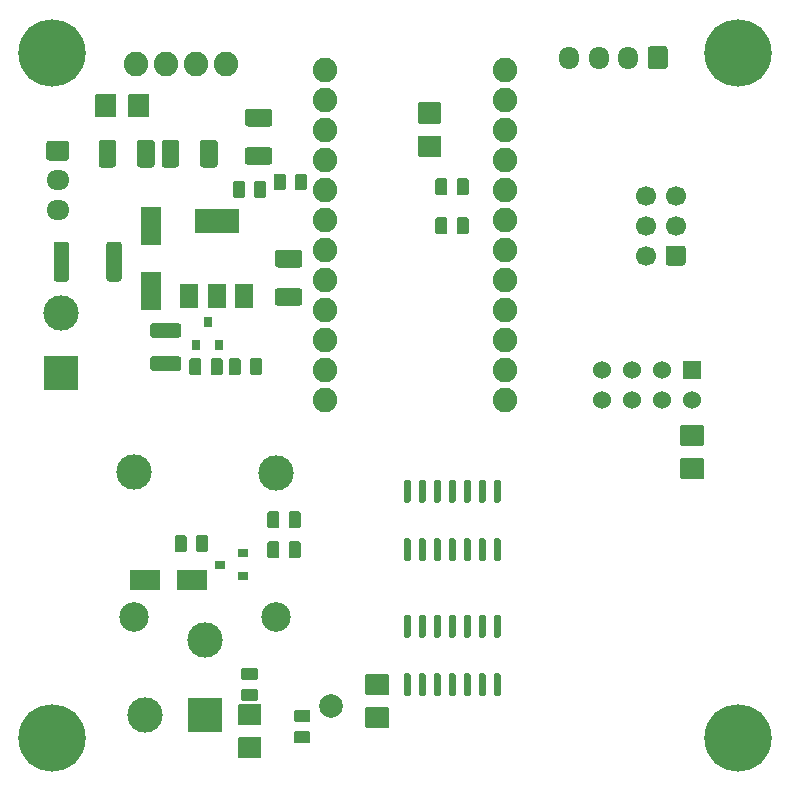
<source format=gbr>
%TF.GenerationSoftware,KiCad,Pcbnew,5.1.9+dfsg1-1*%
%TF.CreationDate,2021-08-27T09:59:16+02:00*%
%TF.ProjectId,ws2812b_ctrl_RF,77733238-3132-4625-9f63-74726c5f5246,rev?*%
%TF.SameCoordinates,Original*%
%TF.FileFunction,Soldermask,Bot*%
%TF.FilePolarity,Negative*%
%FSLAX46Y46*%
G04 Gerber Fmt 4.6, Leading zero omitted, Abs format (unit mm)*
G04 Created by KiCad (PCBNEW 5.1.9+dfsg1-1) date 2021-08-27 09:59:16*
%MOMM*%
%LPD*%
G01*
G04 APERTURE LIST*
%ADD10C,2.000000*%
%ADD11C,2.082800*%
%ADD12C,1.700000*%
%ADD13R,1.700000X3.300000*%
%ADD14O,1.700000X1.950000*%
%ADD15O,1.950000X1.700000*%
%ADD16R,0.800000X0.900000*%
%ADD17C,3.600000*%
%ADD18C,5.700000*%
%ADD19C,3.000000*%
%ADD20R,3.000000X3.000000*%
%ADD21R,2.500000X1.800000*%
%ADD22C,2.500000*%
%ADD23R,1.524000X1.524000*%
%ADD24C,1.524000*%
%ADD25R,0.900000X0.800000*%
%ADD26R,3.800000X2.000000*%
%ADD27R,1.500000X2.000000*%
G04 APERTURE END LIST*
D10*
%TO.C,J3*%
X97028000Y-128778000D03*
%TD*%
D11*
%TO.C,B1*%
X111760000Y-74930000D03*
X111760000Y-77470000D03*
X111760000Y-80010000D03*
X111760000Y-82550000D03*
X111760000Y-85090000D03*
X111760000Y-87630000D03*
X111760000Y-90170000D03*
X111760000Y-92710000D03*
X111760000Y-95250000D03*
X111760000Y-97790000D03*
X111760000Y-100330000D03*
X111760000Y-102870000D03*
X96520000Y-102870000D03*
X96520000Y-100330000D03*
X96520000Y-97790000D03*
X96520000Y-95250000D03*
X96520000Y-92710000D03*
X96520000Y-90170000D03*
X96520000Y-87630000D03*
X96520000Y-85090000D03*
X96520000Y-82550000D03*
X96520000Y-80010000D03*
X96520000Y-77470000D03*
X96520000Y-74930000D03*
%TD*%
%TO.C,ISP1*%
G36*
G01*
X127088000Y-90078000D02*
X127088000Y-91278000D01*
G75*
G02*
X126838000Y-91528000I-250000J0D01*
G01*
X125638000Y-91528000D01*
G75*
G02*
X125388000Y-91278000I0J250000D01*
G01*
X125388000Y-90078000D01*
G75*
G02*
X125638000Y-89828000I250000J0D01*
G01*
X126838000Y-89828000D01*
G75*
G02*
X127088000Y-90078000I0J-250000D01*
G01*
G37*
D12*
X126238000Y-88138000D03*
X126238000Y-85598000D03*
X123698000Y-90678000D03*
X123698000Y-88138000D03*
X123698000Y-85598000D03*
%TD*%
%TO.C,C8*%
G36*
G01*
X84215000Y-81117000D02*
X84215000Y-82967000D01*
G75*
G02*
X83965000Y-83217000I-250000J0D01*
G01*
X82965000Y-83217000D01*
G75*
G02*
X82715000Y-82967000I0J250000D01*
G01*
X82715000Y-81117000D01*
G75*
G02*
X82965000Y-80867000I250000J0D01*
G01*
X83965000Y-80867000D01*
G75*
G02*
X84215000Y-81117000I0J-250000D01*
G01*
G37*
G36*
G01*
X87465000Y-81117000D02*
X87465000Y-82967000D01*
G75*
G02*
X87215000Y-83217000I-250000J0D01*
G01*
X86215000Y-83217000D01*
G75*
G02*
X85965000Y-82967000I0J250000D01*
G01*
X85965000Y-81117000D01*
G75*
G02*
X86215000Y-80867000I250000J0D01*
G01*
X87215000Y-80867000D01*
G75*
G02*
X87465000Y-81117000I0J-250000D01*
G01*
G37*
%TD*%
%TO.C,C11*%
G36*
G01*
X94397000Y-91682000D02*
X92547000Y-91682000D01*
G75*
G02*
X92297000Y-91432000I0J250000D01*
G01*
X92297000Y-90432000D01*
G75*
G02*
X92547000Y-90182000I250000J0D01*
G01*
X94397000Y-90182000D01*
G75*
G02*
X94647000Y-90432000I0J-250000D01*
G01*
X94647000Y-91432000D01*
G75*
G02*
X94397000Y-91682000I-250000J0D01*
G01*
G37*
G36*
G01*
X94397000Y-94932000D02*
X92547000Y-94932000D01*
G75*
G02*
X92297000Y-94682000I0J250000D01*
G01*
X92297000Y-93682000D01*
G75*
G02*
X92547000Y-93432000I250000J0D01*
G01*
X94397000Y-93432000D01*
G75*
G02*
X94647000Y-93682000I0J-250000D01*
G01*
X94647000Y-94682000D01*
G75*
G02*
X94397000Y-94932000I-250000J0D01*
G01*
G37*
%TD*%
%TO.C,C9*%
G36*
G01*
X90007000Y-81494000D02*
X91857000Y-81494000D01*
G75*
G02*
X92107000Y-81744000I0J-250000D01*
G01*
X92107000Y-82744000D01*
G75*
G02*
X91857000Y-82994000I-250000J0D01*
G01*
X90007000Y-82994000D01*
G75*
G02*
X89757000Y-82744000I0J250000D01*
G01*
X89757000Y-81744000D01*
G75*
G02*
X90007000Y-81494000I250000J0D01*
G01*
G37*
G36*
G01*
X90007000Y-78244000D02*
X91857000Y-78244000D01*
G75*
G02*
X92107000Y-78494000I0J-250000D01*
G01*
X92107000Y-79494000D01*
G75*
G02*
X91857000Y-79744000I-250000J0D01*
G01*
X90007000Y-79744000D01*
G75*
G02*
X89757000Y-79494000I0J250000D01*
G01*
X89757000Y-78494000D01*
G75*
G02*
X90007000Y-78244000I250000J0D01*
G01*
G37*
%TD*%
D13*
%TO.C,D2*%
X81788000Y-88138000D03*
X81788000Y-93638000D03*
%TD*%
%TO.C,C5*%
G36*
G01*
X80631000Y-82967000D02*
X80631000Y-81117000D01*
G75*
G02*
X80881000Y-80867000I250000J0D01*
G01*
X81881000Y-80867000D01*
G75*
G02*
X82131000Y-81117000I0J-250000D01*
G01*
X82131000Y-82967000D01*
G75*
G02*
X81881000Y-83217000I-250000J0D01*
G01*
X80881000Y-83217000D01*
G75*
G02*
X80631000Y-82967000I0J250000D01*
G01*
G37*
G36*
G01*
X77381000Y-82967000D02*
X77381000Y-81117000D01*
G75*
G02*
X77631000Y-80867000I250000J0D01*
G01*
X78631000Y-80867000D01*
G75*
G02*
X78881000Y-81117000I0J-250000D01*
G01*
X78881000Y-82967000D01*
G75*
G02*
X78631000Y-83217000I-250000J0D01*
G01*
X77631000Y-83217000D01*
G75*
G02*
X77381000Y-82967000I0J250000D01*
G01*
G37*
%TD*%
%TO.C,J2*%
G36*
G01*
X125564000Y-73189000D02*
X125564000Y-74639000D01*
G75*
G02*
X125314000Y-74889000I-250000J0D01*
G01*
X124114000Y-74889000D01*
G75*
G02*
X123864000Y-74639000I0J250000D01*
G01*
X123864000Y-73189000D01*
G75*
G02*
X124114000Y-72939000I250000J0D01*
G01*
X125314000Y-72939000D01*
G75*
G02*
X125564000Y-73189000I0J-250000D01*
G01*
G37*
D14*
X122214000Y-73914000D03*
X119714000Y-73914000D03*
X117214000Y-73914000D03*
%TD*%
%TO.C,J1*%
G36*
G01*
X73189000Y-80938000D02*
X74639000Y-80938000D01*
G75*
G02*
X74889000Y-81188000I0J-250000D01*
G01*
X74889000Y-82388000D01*
G75*
G02*
X74639000Y-82638000I-250000J0D01*
G01*
X73189000Y-82638000D01*
G75*
G02*
X72939000Y-82388000I0J250000D01*
G01*
X72939000Y-81188000D01*
G75*
G02*
X73189000Y-80938000I250000J0D01*
G01*
G37*
D15*
X73914000Y-84288000D03*
X73914000Y-86788000D03*
%TD*%
D11*
%TO.C,RS485*%
X80518000Y-74422000D03*
X83058000Y-74422000D03*
X85598000Y-74422000D03*
X88138000Y-74422000D03*
%TD*%
%TO.C,R16*%
G36*
G01*
X91198700Y-99476560D02*
X91198700Y-100675440D01*
G75*
G02*
X91097100Y-100777040I-101600J0D01*
G01*
X90299540Y-100777040D01*
G75*
G02*
X90197940Y-100675440I0J101600D01*
G01*
X90197940Y-99476560D01*
G75*
G02*
X90299540Y-99374960I101600J0D01*
G01*
X91097100Y-99374960D01*
G75*
G02*
X91198700Y-99476560I0J-101600D01*
G01*
G37*
G36*
G01*
X89400380Y-99476560D02*
X89400380Y-100675440D01*
G75*
G02*
X89298780Y-100777040I-101600J0D01*
G01*
X88501220Y-100777040D01*
G75*
G02*
X88399620Y-100675440I0J101600D01*
G01*
X88399620Y-99476560D01*
G75*
G02*
X88501220Y-99374960I101600J0D01*
G01*
X89298780Y-99374960D01*
G75*
G02*
X89400380Y-99476560I0J-101600D01*
G01*
G37*
%TD*%
%TO.C,R14*%
G36*
G01*
X86078060Y-99476560D02*
X86078060Y-100675440D01*
G75*
G02*
X85976460Y-100777040I-101600J0D01*
G01*
X85178900Y-100777040D01*
G75*
G02*
X85077300Y-100675440I0J101600D01*
G01*
X85077300Y-99476560D01*
G75*
G02*
X85178900Y-99374960I101600J0D01*
G01*
X85976460Y-99374960D01*
G75*
G02*
X86078060Y-99476560I0J-101600D01*
G01*
G37*
G36*
G01*
X87876380Y-99476560D02*
X87876380Y-100675440D01*
G75*
G02*
X87774780Y-100777040I-101600J0D01*
G01*
X86977220Y-100777040D01*
G75*
G02*
X86875620Y-100675440I0J101600D01*
G01*
X86875620Y-99476560D01*
G75*
G02*
X86977220Y-99374960I101600J0D01*
G01*
X87774780Y-99374960D01*
G75*
G02*
X87876380Y-99476560I0J-101600D01*
G01*
G37*
%TD*%
%TO.C,R13*%
G36*
G01*
X107703620Y-85435440D02*
X107703620Y-84236560D01*
G75*
G02*
X107805220Y-84134960I101600J0D01*
G01*
X108602780Y-84134960D01*
G75*
G02*
X108704380Y-84236560I0J-101600D01*
G01*
X108704380Y-85435440D01*
G75*
G02*
X108602780Y-85537040I-101600J0D01*
G01*
X107805220Y-85537040D01*
G75*
G02*
X107703620Y-85435440I0J101600D01*
G01*
G37*
G36*
G01*
X105905300Y-85435440D02*
X105905300Y-84236560D01*
G75*
G02*
X106006900Y-84134960I101600J0D01*
G01*
X106804460Y-84134960D01*
G75*
G02*
X106906060Y-84236560I0J-101600D01*
G01*
X106906060Y-85435440D01*
G75*
G02*
X106804460Y-85537040I-101600J0D01*
G01*
X106006900Y-85537040D01*
G75*
G02*
X105905300Y-85435440I0J101600D01*
G01*
G37*
%TD*%
D16*
%TO.C,Q4*%
X86614000Y-96266000D03*
X85664000Y-98266000D03*
X87564000Y-98266000D03*
%TD*%
%TO.C,F1*%
G36*
G01*
X78029000Y-92636000D02*
X78029000Y-89736000D01*
G75*
G02*
X78279000Y-89486000I250000J0D01*
G01*
X79079000Y-89486000D01*
G75*
G02*
X79329000Y-89736000I0J-250000D01*
G01*
X79329000Y-92636000D01*
G75*
G02*
X79079000Y-92886000I-250000J0D01*
G01*
X78279000Y-92886000D01*
G75*
G02*
X78029000Y-92636000I0J250000D01*
G01*
G37*
G36*
G01*
X73579000Y-92636000D02*
X73579000Y-89736000D01*
G75*
G02*
X73829000Y-89486000I250000J0D01*
G01*
X74629000Y-89486000D01*
G75*
G02*
X74879000Y-89736000I0J-250000D01*
G01*
X74879000Y-92636000D01*
G75*
G02*
X74629000Y-92886000I-250000J0D01*
G01*
X73829000Y-92886000D01*
G75*
G02*
X73579000Y-92636000I0J250000D01*
G01*
G37*
%TD*%
%TO.C,R9*%
G36*
G01*
X85625940Y-115661440D02*
X85625940Y-114462560D01*
G75*
G02*
X85727540Y-114360960I101600J0D01*
G01*
X86525100Y-114360960D01*
G75*
G02*
X86626700Y-114462560I0J-101600D01*
G01*
X86626700Y-115661440D01*
G75*
G02*
X86525100Y-115763040I-101600J0D01*
G01*
X85727540Y-115763040D01*
G75*
G02*
X85625940Y-115661440I0J101600D01*
G01*
G37*
G36*
G01*
X83827620Y-115661440D02*
X83827620Y-114462560D01*
G75*
G02*
X83929220Y-114360960I101600J0D01*
G01*
X84726780Y-114360960D01*
G75*
G02*
X84828380Y-114462560I0J-101600D01*
G01*
X84828380Y-115661440D01*
G75*
G02*
X84726780Y-115763040I-101600J0D01*
G01*
X83929220Y-115763040D01*
G75*
G02*
X83827620Y-115661440I0J101600D01*
G01*
G37*
%TD*%
D17*
%TO.C,H4*%
X73479000Y-131479000D03*
D18*
X73479000Y-131479000D03*
%TD*%
D17*
%TO.C,H3*%
X131479000Y-131479000D03*
D18*
X131479000Y-131479000D03*
%TD*%
D17*
%TO.C,H2*%
X131479000Y-73479000D03*
D18*
X131479000Y-73479000D03*
%TD*%
D17*
%TO.C,H1*%
X73479000Y-73479000D03*
D18*
X73479000Y-73479000D03*
%TD*%
D19*
%TO.C,WS2812B1*%
X81280000Y-129540000D03*
D20*
X86360000Y-129540000D03*
%TD*%
%TO.C,C12*%
G36*
G01*
X79876650Y-78877160D02*
X79876650Y-77078840D01*
G75*
G02*
X79978250Y-76977240I101600J0D01*
G01*
X81575910Y-76977240D01*
G75*
G02*
X81677510Y-77078840I0J-101600D01*
G01*
X81677510Y-78877160D01*
G75*
G02*
X81575910Y-78978760I-101600J0D01*
G01*
X79978250Y-78978760D01*
G75*
G02*
X79876650Y-78877160I0J101600D01*
G01*
G37*
G36*
G01*
X77077570Y-78877160D02*
X77077570Y-77078840D01*
G75*
G02*
X77179170Y-76977240I101600J0D01*
G01*
X78776830Y-76977240D01*
G75*
G02*
X78878430Y-77078840I0J-101600D01*
G01*
X78878430Y-78877160D01*
G75*
G02*
X78776830Y-78978760I-101600J0D01*
G01*
X77179170Y-78978760D01*
G75*
G02*
X77077570Y-78877160I0J101600D01*
G01*
G37*
%TD*%
D19*
%TO.C,SUPPLY1*%
X74168000Y-95504000D03*
D20*
X74168000Y-100584000D03*
%TD*%
%TO.C,R8*%
G36*
G01*
X91681300Y-113629440D02*
X91681300Y-112430560D01*
G75*
G02*
X91782900Y-112328960I101600J0D01*
G01*
X92580460Y-112328960D01*
G75*
G02*
X92682060Y-112430560I0J-101600D01*
G01*
X92682060Y-113629440D01*
G75*
G02*
X92580460Y-113731040I-101600J0D01*
G01*
X91782900Y-113731040D01*
G75*
G02*
X91681300Y-113629440I0J101600D01*
G01*
G37*
G36*
G01*
X93479620Y-113629440D02*
X93479620Y-112430560D01*
G75*
G02*
X93581220Y-112328960I101600J0D01*
G01*
X94378780Y-112328960D01*
G75*
G02*
X94480380Y-112430560I0J-101600D01*
G01*
X94480380Y-113629440D01*
G75*
G02*
X94378780Y-113731040I-101600J0D01*
G01*
X93581220Y-113731040D01*
G75*
G02*
X93479620Y-113629440I0J101600D01*
G01*
G37*
%TD*%
%TO.C,C4*%
G36*
G01*
X100065840Y-128898650D02*
X101864160Y-128898650D01*
G75*
G02*
X101965760Y-129000250I0J-101600D01*
G01*
X101965760Y-130597910D01*
G75*
G02*
X101864160Y-130699510I-101600J0D01*
G01*
X100065840Y-130699510D01*
G75*
G02*
X99964240Y-130597910I0J101600D01*
G01*
X99964240Y-129000250D01*
G75*
G02*
X100065840Y-128898650I101600J0D01*
G01*
G37*
G36*
G01*
X100065840Y-126099570D02*
X101864160Y-126099570D01*
G75*
G02*
X101965760Y-126201170I0J-101600D01*
G01*
X101965760Y-127798830D01*
G75*
G02*
X101864160Y-127900430I-101600J0D01*
G01*
X100065840Y-127900430D01*
G75*
G02*
X99964240Y-127798830I0J101600D01*
G01*
X99964240Y-126201170D01*
G75*
G02*
X100065840Y-126099570I101600J0D01*
G01*
G37*
%TD*%
%TO.C,C6*%
G36*
G01*
X106309160Y-82309970D02*
X104510840Y-82309970D01*
G75*
G02*
X104409240Y-82208370I0J101600D01*
G01*
X104409240Y-80610710D01*
G75*
G02*
X104510840Y-80509110I101600J0D01*
G01*
X106309160Y-80509110D01*
G75*
G02*
X106410760Y-80610710I0J-101600D01*
G01*
X106410760Y-82208370D01*
G75*
G02*
X106309160Y-82309970I-101600J0D01*
G01*
G37*
G36*
G01*
X106309160Y-79510890D02*
X104510840Y-79510890D01*
G75*
G02*
X104409240Y-79409290I0J101600D01*
G01*
X104409240Y-77811630D01*
G75*
G02*
X104510840Y-77710030I101600J0D01*
G01*
X106309160Y-77710030D01*
G75*
G02*
X106410760Y-77811630I0J-101600D01*
G01*
X106410760Y-79409290D01*
G75*
G02*
X106309160Y-79510890I-101600J0D01*
G01*
G37*
%TD*%
%TO.C,C7*%
G36*
G01*
X91069160Y-130440430D02*
X89270840Y-130440430D01*
G75*
G02*
X89169240Y-130338830I0J101600D01*
G01*
X89169240Y-128741170D01*
G75*
G02*
X89270840Y-128639570I101600J0D01*
G01*
X91069160Y-128639570D01*
G75*
G02*
X91170760Y-128741170I0J-101600D01*
G01*
X91170760Y-130338830D01*
G75*
G02*
X91069160Y-130440430I-101600J0D01*
G01*
G37*
G36*
G01*
X91069160Y-133239510D02*
X89270840Y-133239510D01*
G75*
G02*
X89169240Y-133137910I0J101600D01*
G01*
X89169240Y-131540250D01*
G75*
G02*
X89270840Y-131438650I101600J0D01*
G01*
X91069160Y-131438650D01*
G75*
G02*
X91170760Y-131540250I0J-101600D01*
G01*
X91170760Y-133137910D01*
G75*
G02*
X91069160Y-133239510I-101600J0D01*
G01*
G37*
%TD*%
%TO.C,C10*%
G36*
G01*
X126735840Y-105015030D02*
X128534160Y-105015030D01*
G75*
G02*
X128635760Y-105116630I0J-101600D01*
G01*
X128635760Y-106714290D01*
G75*
G02*
X128534160Y-106815890I-101600J0D01*
G01*
X126735840Y-106815890D01*
G75*
G02*
X126634240Y-106714290I0J101600D01*
G01*
X126634240Y-105116630D01*
G75*
G02*
X126735840Y-105015030I101600J0D01*
G01*
G37*
G36*
G01*
X126735840Y-107814110D02*
X128534160Y-107814110D01*
G75*
G02*
X128635760Y-107915710I0J-101600D01*
G01*
X128635760Y-109513370D01*
G75*
G02*
X128534160Y-109614970I-101600J0D01*
G01*
X126735840Y-109614970D01*
G75*
G02*
X126634240Y-109513370I0J101600D01*
G01*
X126634240Y-107915710D01*
G75*
G02*
X126735840Y-107814110I101600J0D01*
G01*
G37*
%TD*%
D21*
%TO.C,D1*%
X81280000Y-118110000D03*
X85280000Y-118110000D03*
%TD*%
%TO.C,FB1*%
G36*
G01*
X81983000Y-99197000D02*
X84133000Y-99197000D01*
G75*
G02*
X84383000Y-99447000I0J-250000D01*
G01*
X84383000Y-100197000D01*
G75*
G02*
X84133000Y-100447000I-250000J0D01*
G01*
X81983000Y-100447000D01*
G75*
G02*
X81733000Y-100197000I0J250000D01*
G01*
X81733000Y-99447000D01*
G75*
G02*
X81983000Y-99197000I250000J0D01*
G01*
G37*
G36*
G01*
X81983000Y-96397000D02*
X84133000Y-96397000D01*
G75*
G02*
X84383000Y-96647000I0J-250000D01*
G01*
X84383000Y-97397000D01*
G75*
G02*
X84133000Y-97647000I-250000J0D01*
G01*
X81983000Y-97647000D01*
G75*
G02*
X81733000Y-97397000I0J250000D01*
G01*
X81733000Y-96647000D01*
G75*
G02*
X81983000Y-96397000I250000J0D01*
G01*
G37*
%TD*%
D22*
%TO.C,K1*%
X92410000Y-121240000D03*
D19*
X92410000Y-109040000D03*
X80360000Y-108990000D03*
D22*
X80410000Y-121240000D03*
D19*
X86360000Y-123190000D03*
%TD*%
D23*
%TO.C,nRF24L1*%
X127635000Y-100330000D03*
D24*
X127635000Y-102870000D03*
X125095000Y-100330000D03*
X125095000Y-102870000D03*
X122555000Y-100330000D03*
X122555000Y-102870000D03*
X120015000Y-100330000D03*
X120015000Y-102870000D03*
%TD*%
D25*
%TO.C,Q2*%
X89630000Y-115890000D03*
X89630000Y-117790000D03*
X87630000Y-116840000D03*
%TD*%
%TO.C,R17*%
G36*
G01*
X107703620Y-88737440D02*
X107703620Y-87538560D01*
G75*
G02*
X107805220Y-87436960I101600J0D01*
G01*
X108602780Y-87436960D01*
G75*
G02*
X108704380Y-87538560I0J-101600D01*
G01*
X108704380Y-88737440D01*
G75*
G02*
X108602780Y-88839040I-101600J0D01*
G01*
X107805220Y-88839040D01*
G75*
G02*
X107703620Y-88737440I0J101600D01*
G01*
G37*
G36*
G01*
X105905300Y-88737440D02*
X105905300Y-87538560D01*
G75*
G02*
X106006900Y-87436960I101600J0D01*
G01*
X106804460Y-87436960D01*
G75*
G02*
X106906060Y-87538560I0J-101600D01*
G01*
X106906060Y-88737440D01*
G75*
G02*
X106804460Y-88839040I-101600J0D01*
G01*
X106006900Y-88839040D01*
G75*
G02*
X105905300Y-88737440I0J101600D01*
G01*
G37*
%TD*%
%TO.C,R2*%
G36*
G01*
X94015560Y-129146300D02*
X95214440Y-129146300D01*
G75*
G02*
X95316040Y-129247900I0J-101600D01*
G01*
X95316040Y-130045460D01*
G75*
G02*
X95214440Y-130147060I-101600J0D01*
G01*
X94015560Y-130147060D01*
G75*
G02*
X93913960Y-130045460I0J101600D01*
G01*
X93913960Y-129247900D01*
G75*
G02*
X94015560Y-129146300I101600J0D01*
G01*
G37*
G36*
G01*
X94015560Y-130944620D02*
X95214440Y-130944620D01*
G75*
G02*
X95316040Y-131046220I0J-101600D01*
G01*
X95316040Y-131843780D01*
G75*
G02*
X95214440Y-131945380I-101600J0D01*
G01*
X94015560Y-131945380D01*
G75*
G02*
X93913960Y-131843780I0J101600D01*
G01*
X93913960Y-131046220D01*
G75*
G02*
X94015560Y-130944620I101600J0D01*
G01*
G37*
%TD*%
%TO.C,R4*%
G36*
G01*
X90769440Y-126601220D02*
X89570560Y-126601220D01*
G75*
G02*
X89468960Y-126499620I0J101600D01*
G01*
X89468960Y-125702060D01*
G75*
G02*
X89570560Y-125600460I101600J0D01*
G01*
X90769440Y-125600460D01*
G75*
G02*
X90871040Y-125702060I0J-101600D01*
G01*
X90871040Y-126499620D01*
G75*
G02*
X90769440Y-126601220I-101600J0D01*
G01*
G37*
G36*
G01*
X90769440Y-128399540D02*
X89570560Y-128399540D01*
G75*
G02*
X89468960Y-128297940I0J101600D01*
G01*
X89468960Y-127500380D01*
G75*
G02*
X89570560Y-127398780I101600J0D01*
G01*
X90769440Y-127398780D01*
G75*
G02*
X90871040Y-127500380I0J-101600D01*
G01*
X90871040Y-128297940D01*
G75*
G02*
X90769440Y-128399540I-101600J0D01*
G01*
G37*
%TD*%
%TO.C,R5*%
G36*
G01*
X90568780Y-85689440D02*
X90568780Y-84490560D01*
G75*
G02*
X90670380Y-84388960I101600J0D01*
G01*
X91467940Y-84388960D01*
G75*
G02*
X91569540Y-84490560I0J-101600D01*
G01*
X91569540Y-85689440D01*
G75*
G02*
X91467940Y-85791040I-101600J0D01*
G01*
X90670380Y-85791040D01*
G75*
G02*
X90568780Y-85689440I0J101600D01*
G01*
G37*
G36*
G01*
X88770460Y-85689440D02*
X88770460Y-84490560D01*
G75*
G02*
X88872060Y-84388960I101600J0D01*
G01*
X89669620Y-84388960D01*
G75*
G02*
X89771220Y-84490560I0J-101600D01*
G01*
X89771220Y-85689440D01*
G75*
G02*
X89669620Y-85791040I-101600J0D01*
G01*
X88872060Y-85791040D01*
G75*
G02*
X88770460Y-85689440I0J101600D01*
G01*
G37*
%TD*%
%TO.C,R6*%
G36*
G01*
X92209620Y-85054440D02*
X92209620Y-83855560D01*
G75*
G02*
X92311220Y-83753960I101600J0D01*
G01*
X93108780Y-83753960D01*
G75*
G02*
X93210380Y-83855560I0J-101600D01*
G01*
X93210380Y-85054440D01*
G75*
G02*
X93108780Y-85156040I-101600J0D01*
G01*
X92311220Y-85156040D01*
G75*
G02*
X92209620Y-85054440I0J101600D01*
G01*
G37*
G36*
G01*
X94007940Y-85054440D02*
X94007940Y-83855560D01*
G75*
G02*
X94109540Y-83753960I101600J0D01*
G01*
X94907100Y-83753960D01*
G75*
G02*
X95008700Y-83855560I0J-101600D01*
G01*
X95008700Y-85054440D01*
G75*
G02*
X94907100Y-85156040I-101600J0D01*
G01*
X94109540Y-85156040D01*
G75*
G02*
X94007940Y-85054440I0J101600D01*
G01*
G37*
%TD*%
%TO.C,R7*%
G36*
G01*
X91681300Y-116169440D02*
X91681300Y-114970560D01*
G75*
G02*
X91782900Y-114868960I101600J0D01*
G01*
X92580460Y-114868960D01*
G75*
G02*
X92682060Y-114970560I0J-101600D01*
G01*
X92682060Y-116169440D01*
G75*
G02*
X92580460Y-116271040I-101600J0D01*
G01*
X91782900Y-116271040D01*
G75*
G02*
X91681300Y-116169440I0J101600D01*
G01*
G37*
G36*
G01*
X93479620Y-116169440D02*
X93479620Y-114970560D01*
G75*
G02*
X93581220Y-114868960I101600J0D01*
G01*
X94378780Y-114868960D01*
G75*
G02*
X94480380Y-114970560I0J-101600D01*
G01*
X94480380Y-116169440D01*
G75*
G02*
X94378780Y-116271040I-101600J0D01*
G01*
X93581220Y-116271040D01*
G75*
G02*
X93479620Y-116169440I0J101600D01*
G01*
G37*
%TD*%
%TO.C,U1*%
G36*
G01*
X103355000Y-109645000D02*
X103655000Y-109645000D01*
G75*
G02*
X103805000Y-109795000I0J-150000D01*
G01*
X103805000Y-111445000D01*
G75*
G02*
X103655000Y-111595000I-150000J0D01*
G01*
X103355000Y-111595000D01*
G75*
G02*
X103205000Y-111445000I0J150000D01*
G01*
X103205000Y-109795000D01*
G75*
G02*
X103355000Y-109645000I150000J0D01*
G01*
G37*
G36*
G01*
X104625000Y-109645000D02*
X104925000Y-109645000D01*
G75*
G02*
X105075000Y-109795000I0J-150000D01*
G01*
X105075000Y-111445000D01*
G75*
G02*
X104925000Y-111595000I-150000J0D01*
G01*
X104625000Y-111595000D01*
G75*
G02*
X104475000Y-111445000I0J150000D01*
G01*
X104475000Y-109795000D01*
G75*
G02*
X104625000Y-109645000I150000J0D01*
G01*
G37*
G36*
G01*
X105895000Y-109645000D02*
X106195000Y-109645000D01*
G75*
G02*
X106345000Y-109795000I0J-150000D01*
G01*
X106345000Y-111445000D01*
G75*
G02*
X106195000Y-111595000I-150000J0D01*
G01*
X105895000Y-111595000D01*
G75*
G02*
X105745000Y-111445000I0J150000D01*
G01*
X105745000Y-109795000D01*
G75*
G02*
X105895000Y-109645000I150000J0D01*
G01*
G37*
G36*
G01*
X107165000Y-109645000D02*
X107465000Y-109645000D01*
G75*
G02*
X107615000Y-109795000I0J-150000D01*
G01*
X107615000Y-111445000D01*
G75*
G02*
X107465000Y-111595000I-150000J0D01*
G01*
X107165000Y-111595000D01*
G75*
G02*
X107015000Y-111445000I0J150000D01*
G01*
X107015000Y-109795000D01*
G75*
G02*
X107165000Y-109645000I150000J0D01*
G01*
G37*
G36*
G01*
X108435000Y-109645000D02*
X108735000Y-109645000D01*
G75*
G02*
X108885000Y-109795000I0J-150000D01*
G01*
X108885000Y-111445000D01*
G75*
G02*
X108735000Y-111595000I-150000J0D01*
G01*
X108435000Y-111595000D01*
G75*
G02*
X108285000Y-111445000I0J150000D01*
G01*
X108285000Y-109795000D01*
G75*
G02*
X108435000Y-109645000I150000J0D01*
G01*
G37*
G36*
G01*
X109705000Y-109645000D02*
X110005000Y-109645000D01*
G75*
G02*
X110155000Y-109795000I0J-150000D01*
G01*
X110155000Y-111445000D01*
G75*
G02*
X110005000Y-111595000I-150000J0D01*
G01*
X109705000Y-111595000D01*
G75*
G02*
X109555000Y-111445000I0J150000D01*
G01*
X109555000Y-109795000D01*
G75*
G02*
X109705000Y-109645000I150000J0D01*
G01*
G37*
G36*
G01*
X110975000Y-109645000D02*
X111275000Y-109645000D01*
G75*
G02*
X111425000Y-109795000I0J-150000D01*
G01*
X111425000Y-111445000D01*
G75*
G02*
X111275000Y-111595000I-150000J0D01*
G01*
X110975000Y-111595000D01*
G75*
G02*
X110825000Y-111445000I0J150000D01*
G01*
X110825000Y-109795000D01*
G75*
G02*
X110975000Y-109645000I150000J0D01*
G01*
G37*
G36*
G01*
X110975000Y-114595000D02*
X111275000Y-114595000D01*
G75*
G02*
X111425000Y-114745000I0J-150000D01*
G01*
X111425000Y-116395000D01*
G75*
G02*
X111275000Y-116545000I-150000J0D01*
G01*
X110975000Y-116545000D01*
G75*
G02*
X110825000Y-116395000I0J150000D01*
G01*
X110825000Y-114745000D01*
G75*
G02*
X110975000Y-114595000I150000J0D01*
G01*
G37*
G36*
G01*
X109705000Y-114595000D02*
X110005000Y-114595000D01*
G75*
G02*
X110155000Y-114745000I0J-150000D01*
G01*
X110155000Y-116395000D01*
G75*
G02*
X110005000Y-116545000I-150000J0D01*
G01*
X109705000Y-116545000D01*
G75*
G02*
X109555000Y-116395000I0J150000D01*
G01*
X109555000Y-114745000D01*
G75*
G02*
X109705000Y-114595000I150000J0D01*
G01*
G37*
G36*
G01*
X108435000Y-114595000D02*
X108735000Y-114595000D01*
G75*
G02*
X108885000Y-114745000I0J-150000D01*
G01*
X108885000Y-116395000D01*
G75*
G02*
X108735000Y-116545000I-150000J0D01*
G01*
X108435000Y-116545000D01*
G75*
G02*
X108285000Y-116395000I0J150000D01*
G01*
X108285000Y-114745000D01*
G75*
G02*
X108435000Y-114595000I150000J0D01*
G01*
G37*
G36*
G01*
X107165000Y-114595000D02*
X107465000Y-114595000D01*
G75*
G02*
X107615000Y-114745000I0J-150000D01*
G01*
X107615000Y-116395000D01*
G75*
G02*
X107465000Y-116545000I-150000J0D01*
G01*
X107165000Y-116545000D01*
G75*
G02*
X107015000Y-116395000I0J150000D01*
G01*
X107015000Y-114745000D01*
G75*
G02*
X107165000Y-114595000I150000J0D01*
G01*
G37*
G36*
G01*
X105895000Y-114595000D02*
X106195000Y-114595000D01*
G75*
G02*
X106345000Y-114745000I0J-150000D01*
G01*
X106345000Y-116395000D01*
G75*
G02*
X106195000Y-116545000I-150000J0D01*
G01*
X105895000Y-116545000D01*
G75*
G02*
X105745000Y-116395000I0J150000D01*
G01*
X105745000Y-114745000D01*
G75*
G02*
X105895000Y-114595000I150000J0D01*
G01*
G37*
G36*
G01*
X104625000Y-114595000D02*
X104925000Y-114595000D01*
G75*
G02*
X105075000Y-114745000I0J-150000D01*
G01*
X105075000Y-116395000D01*
G75*
G02*
X104925000Y-116545000I-150000J0D01*
G01*
X104625000Y-116545000D01*
G75*
G02*
X104475000Y-116395000I0J150000D01*
G01*
X104475000Y-114745000D01*
G75*
G02*
X104625000Y-114595000I150000J0D01*
G01*
G37*
G36*
G01*
X103355000Y-114595000D02*
X103655000Y-114595000D01*
G75*
G02*
X103805000Y-114745000I0J-150000D01*
G01*
X103805000Y-116395000D01*
G75*
G02*
X103655000Y-116545000I-150000J0D01*
G01*
X103355000Y-116545000D01*
G75*
G02*
X103205000Y-116395000I0J150000D01*
G01*
X103205000Y-114745000D01*
G75*
G02*
X103355000Y-114595000I150000J0D01*
G01*
G37*
%TD*%
%TO.C,U2*%
G36*
G01*
X103355000Y-126025000D02*
X103655000Y-126025000D01*
G75*
G02*
X103805000Y-126175000I0J-150000D01*
G01*
X103805000Y-127825000D01*
G75*
G02*
X103655000Y-127975000I-150000J0D01*
G01*
X103355000Y-127975000D01*
G75*
G02*
X103205000Y-127825000I0J150000D01*
G01*
X103205000Y-126175000D01*
G75*
G02*
X103355000Y-126025000I150000J0D01*
G01*
G37*
G36*
G01*
X104625000Y-126025000D02*
X104925000Y-126025000D01*
G75*
G02*
X105075000Y-126175000I0J-150000D01*
G01*
X105075000Y-127825000D01*
G75*
G02*
X104925000Y-127975000I-150000J0D01*
G01*
X104625000Y-127975000D01*
G75*
G02*
X104475000Y-127825000I0J150000D01*
G01*
X104475000Y-126175000D01*
G75*
G02*
X104625000Y-126025000I150000J0D01*
G01*
G37*
G36*
G01*
X105895000Y-126025000D02*
X106195000Y-126025000D01*
G75*
G02*
X106345000Y-126175000I0J-150000D01*
G01*
X106345000Y-127825000D01*
G75*
G02*
X106195000Y-127975000I-150000J0D01*
G01*
X105895000Y-127975000D01*
G75*
G02*
X105745000Y-127825000I0J150000D01*
G01*
X105745000Y-126175000D01*
G75*
G02*
X105895000Y-126025000I150000J0D01*
G01*
G37*
G36*
G01*
X107165000Y-126025000D02*
X107465000Y-126025000D01*
G75*
G02*
X107615000Y-126175000I0J-150000D01*
G01*
X107615000Y-127825000D01*
G75*
G02*
X107465000Y-127975000I-150000J0D01*
G01*
X107165000Y-127975000D01*
G75*
G02*
X107015000Y-127825000I0J150000D01*
G01*
X107015000Y-126175000D01*
G75*
G02*
X107165000Y-126025000I150000J0D01*
G01*
G37*
G36*
G01*
X108435000Y-126025000D02*
X108735000Y-126025000D01*
G75*
G02*
X108885000Y-126175000I0J-150000D01*
G01*
X108885000Y-127825000D01*
G75*
G02*
X108735000Y-127975000I-150000J0D01*
G01*
X108435000Y-127975000D01*
G75*
G02*
X108285000Y-127825000I0J150000D01*
G01*
X108285000Y-126175000D01*
G75*
G02*
X108435000Y-126025000I150000J0D01*
G01*
G37*
G36*
G01*
X109705000Y-126025000D02*
X110005000Y-126025000D01*
G75*
G02*
X110155000Y-126175000I0J-150000D01*
G01*
X110155000Y-127825000D01*
G75*
G02*
X110005000Y-127975000I-150000J0D01*
G01*
X109705000Y-127975000D01*
G75*
G02*
X109555000Y-127825000I0J150000D01*
G01*
X109555000Y-126175000D01*
G75*
G02*
X109705000Y-126025000I150000J0D01*
G01*
G37*
G36*
G01*
X110975000Y-126025000D02*
X111275000Y-126025000D01*
G75*
G02*
X111425000Y-126175000I0J-150000D01*
G01*
X111425000Y-127825000D01*
G75*
G02*
X111275000Y-127975000I-150000J0D01*
G01*
X110975000Y-127975000D01*
G75*
G02*
X110825000Y-127825000I0J150000D01*
G01*
X110825000Y-126175000D01*
G75*
G02*
X110975000Y-126025000I150000J0D01*
G01*
G37*
G36*
G01*
X110975000Y-121075000D02*
X111275000Y-121075000D01*
G75*
G02*
X111425000Y-121225000I0J-150000D01*
G01*
X111425000Y-122875000D01*
G75*
G02*
X111275000Y-123025000I-150000J0D01*
G01*
X110975000Y-123025000D01*
G75*
G02*
X110825000Y-122875000I0J150000D01*
G01*
X110825000Y-121225000D01*
G75*
G02*
X110975000Y-121075000I150000J0D01*
G01*
G37*
G36*
G01*
X109705000Y-121075000D02*
X110005000Y-121075000D01*
G75*
G02*
X110155000Y-121225000I0J-150000D01*
G01*
X110155000Y-122875000D01*
G75*
G02*
X110005000Y-123025000I-150000J0D01*
G01*
X109705000Y-123025000D01*
G75*
G02*
X109555000Y-122875000I0J150000D01*
G01*
X109555000Y-121225000D01*
G75*
G02*
X109705000Y-121075000I150000J0D01*
G01*
G37*
G36*
G01*
X108435000Y-121075000D02*
X108735000Y-121075000D01*
G75*
G02*
X108885000Y-121225000I0J-150000D01*
G01*
X108885000Y-122875000D01*
G75*
G02*
X108735000Y-123025000I-150000J0D01*
G01*
X108435000Y-123025000D01*
G75*
G02*
X108285000Y-122875000I0J150000D01*
G01*
X108285000Y-121225000D01*
G75*
G02*
X108435000Y-121075000I150000J0D01*
G01*
G37*
G36*
G01*
X107165000Y-121075000D02*
X107465000Y-121075000D01*
G75*
G02*
X107615000Y-121225000I0J-150000D01*
G01*
X107615000Y-122875000D01*
G75*
G02*
X107465000Y-123025000I-150000J0D01*
G01*
X107165000Y-123025000D01*
G75*
G02*
X107015000Y-122875000I0J150000D01*
G01*
X107015000Y-121225000D01*
G75*
G02*
X107165000Y-121075000I150000J0D01*
G01*
G37*
G36*
G01*
X105895000Y-121075000D02*
X106195000Y-121075000D01*
G75*
G02*
X106345000Y-121225000I0J-150000D01*
G01*
X106345000Y-122875000D01*
G75*
G02*
X106195000Y-123025000I-150000J0D01*
G01*
X105895000Y-123025000D01*
G75*
G02*
X105745000Y-122875000I0J150000D01*
G01*
X105745000Y-121225000D01*
G75*
G02*
X105895000Y-121075000I150000J0D01*
G01*
G37*
G36*
G01*
X104625000Y-121075000D02*
X104925000Y-121075000D01*
G75*
G02*
X105075000Y-121225000I0J-150000D01*
G01*
X105075000Y-122875000D01*
G75*
G02*
X104925000Y-123025000I-150000J0D01*
G01*
X104625000Y-123025000D01*
G75*
G02*
X104475000Y-122875000I0J150000D01*
G01*
X104475000Y-121225000D01*
G75*
G02*
X104625000Y-121075000I150000J0D01*
G01*
G37*
G36*
G01*
X103355000Y-121075000D02*
X103655000Y-121075000D01*
G75*
G02*
X103805000Y-121225000I0J-150000D01*
G01*
X103805000Y-122875000D01*
G75*
G02*
X103655000Y-123025000I-150000J0D01*
G01*
X103355000Y-123025000D01*
G75*
G02*
X103205000Y-122875000I0J150000D01*
G01*
X103205000Y-121225000D01*
G75*
G02*
X103355000Y-121075000I150000J0D01*
G01*
G37*
%TD*%
D26*
%TO.C,U3*%
X87376000Y-87782000D03*
D27*
X87376000Y-94082000D03*
X85076000Y-94082000D03*
X89676000Y-94082000D03*
%TD*%
M02*

</source>
